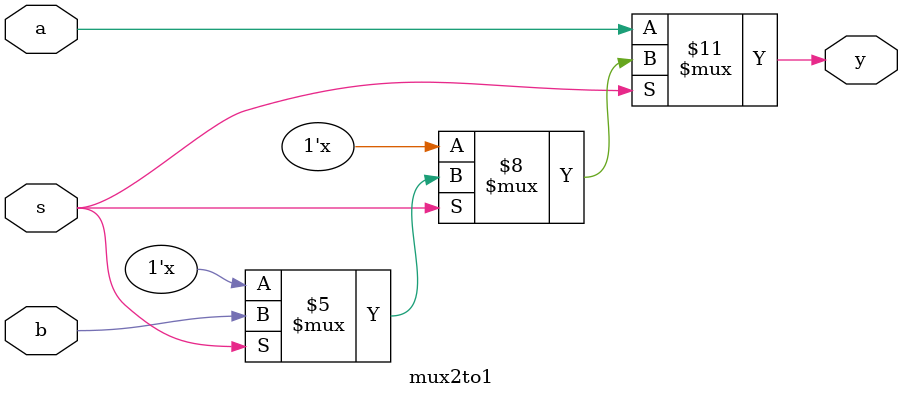
<source format=v>
module mux2to1(y,a,b,s);
output reg y;
input a,b,s;
always @(a,b,s) 
begin
if (s==1'b0)
    y=a;
else if (s==1'b1)
    y=b; 
else 
    y=1'bx;       
end
endmodule
</source>
